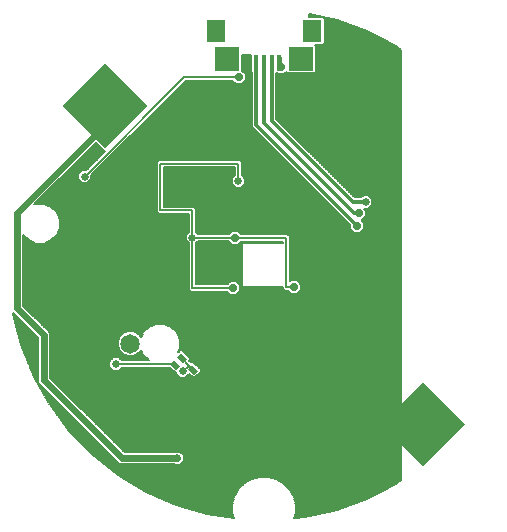
<source format=gbl>
G75*
%MOIN*%
%OFA0B0*%
%FSLAX25Y25*%
%IPPOS*%
%LPD*%
%AMOC8*
5,1,8,0,0,1.08239X$1,22.5*
%
%ADD10R,0.08268X0.07874*%
%ADD11R,0.06299X0.07480*%
%ADD12R,0.01575X0.05315*%
%ADD13R,0.20000X0.20000*%
%ADD14R,0.01969X0.02756*%
%ADD15C,0.05543*%
%ADD16C,0.06496*%
%ADD17C,0.03000*%
%ADD18C,0.02919*%
%ADD19C,0.00600*%
%ADD20C,0.02900*%
%ADD21C,0.02600*%
%ADD22C,0.01200*%
%ADD23C,0.02400*%
D10*
X0077795Y0158748D03*
X0102205Y0158748D03*
D11*
X0073858Y0168000D03*
X0106142Y0168000D03*
D12*
X0084882Y0157469D03*
X0087441Y0157469D03*
X0090000Y0157469D03*
X0092559Y0157469D03*
X0095118Y0157469D03*
D13*
G36*
X0143033Y0051109D02*
X0157175Y0036967D01*
X0143033Y0022825D01*
X0128891Y0036967D01*
X0143033Y0051109D01*
G37*
G36*
X0036967Y0157175D02*
X0051109Y0143033D01*
X0036967Y0128891D01*
X0022825Y0143033D01*
X0036967Y0157175D01*
G37*
D14*
G36*
X0061002Y0059250D02*
X0062394Y0060642D01*
X0064342Y0058694D01*
X0062950Y0057302D01*
X0061002Y0059250D01*
G37*
G36*
X0058775Y0057023D02*
X0060167Y0058415D01*
X0062115Y0056467D01*
X0060723Y0055075D01*
X0058775Y0057023D01*
G37*
G36*
X0066956Y0057562D02*
X0068348Y0058954D01*
X0070296Y0057006D01*
X0068904Y0055614D01*
X0066956Y0057562D01*
G37*
G36*
X0064729Y0055335D02*
X0066121Y0056727D01*
X0068069Y0054779D01*
X0066677Y0053387D01*
X0064729Y0055335D01*
G37*
D15*
X0025400Y0103800D03*
D16*
X0045400Y0063800D03*
D17*
X0112400Y0130200D03*
X0108400Y0126200D03*
X0112400Y0126200D03*
D18*
X0108400Y0130300D03*
D19*
X0063300Y0024689D02*
X0063300Y0026511D01*
X0062011Y0027800D01*
X0060189Y0027800D01*
X0060089Y0027700D01*
X0043570Y0027700D01*
X0018800Y0052470D01*
X0018800Y0067370D01*
X0017570Y0068600D01*
X0009800Y0076370D01*
X0009800Y0099978D01*
X0011626Y0098152D01*
X0014075Y0097138D01*
X0016725Y0097138D01*
X0019174Y0098152D01*
X0021048Y0100026D01*
X0022062Y0102475D01*
X0022062Y0105125D01*
X0021048Y0107574D01*
X0019174Y0109448D01*
X0016725Y0110462D01*
X0014075Y0110462D01*
X0013490Y0110220D01*
X0033927Y0130658D01*
X0036594Y0127991D01*
X0037094Y0127991D01*
X0030703Y0121600D01*
X0029289Y0121600D01*
X0028000Y0120311D01*
X0028000Y0118489D01*
X0029289Y0117200D01*
X0031111Y0117200D01*
X0032400Y0118489D01*
X0032400Y0119903D01*
X0063897Y0151400D01*
X0079477Y0151400D01*
X0080627Y0150250D01*
X0082573Y0150250D01*
X0083950Y0151627D01*
X0083950Y0153573D01*
X0082829Y0154694D01*
X0082829Y0159826D01*
X0085754Y0159826D01*
X0085754Y0154438D01*
X0085941Y0154251D01*
X0085941Y0136038D01*
X0118650Y0103329D01*
X0118650Y0102127D01*
X0120027Y0100750D01*
X0121973Y0100750D01*
X0123350Y0102127D01*
X0123350Y0104073D01*
X0122573Y0104850D01*
X0122573Y0104850D01*
X0123950Y0106227D01*
X0123950Y0108173D01*
X0123323Y0108800D01*
X0124811Y0108800D01*
X0126100Y0110089D01*
X0126100Y0111911D01*
X0124811Y0113200D01*
X0122989Y0113200D01*
X0122289Y0112500D01*
X0120221Y0112500D01*
X0094059Y0138662D01*
X0094059Y0153911D01*
X0094466Y0153911D01*
X0094827Y0153550D01*
X0096773Y0153550D01*
X0097416Y0154193D01*
X0097698Y0153911D01*
X0106711Y0153911D01*
X0107239Y0154438D01*
X0107239Y0163058D01*
X0106937Y0163360D01*
X0109664Y0163360D01*
X0110191Y0163887D01*
X0110191Y0172113D01*
X0109664Y0172640D01*
X0105064Y0172640D01*
X0105064Y0173773D01*
X0114242Y0171679D01*
X0124488Y0167908D01*
X0134167Y0162858D01*
X0135700Y0161789D01*
X0135700Y0018211D01*
X0134167Y0017142D01*
X0124488Y0012092D01*
X0114242Y0008321D01*
X0103598Y0005892D01*
X0100104Y0005555D01*
X0100599Y0007405D01*
X0100599Y0010195D01*
X0099877Y0012891D01*
X0098481Y0015308D01*
X0096508Y0017281D01*
X0094091Y0018677D01*
X0091395Y0019399D01*
X0088605Y0019399D01*
X0085909Y0018677D01*
X0083492Y0017281D01*
X0081519Y0015308D01*
X0080123Y0012891D01*
X0079401Y0010195D01*
X0079401Y0007405D01*
X0079911Y0005502D01*
X0071041Y0006936D01*
X0060575Y0010042D01*
X0050592Y0014462D01*
X0041256Y0020121D01*
X0032720Y0026928D01*
X0025125Y0034771D01*
X0018595Y0043520D01*
X0013237Y0053033D01*
X0009140Y0063153D01*
X0006371Y0073713D01*
X0006350Y0073881D01*
X0014600Y0065630D01*
X0014600Y0050730D01*
X0040600Y0024730D01*
X0041830Y0023500D01*
X0060089Y0023500D01*
X0060189Y0023400D01*
X0062011Y0023400D01*
X0063300Y0024689D01*
X0102350Y0081627D02*
X0102350Y0083573D01*
X0100973Y0084950D01*
X0099027Y0084950D01*
X0098600Y0084523D01*
X0098600Y0099497D01*
X0097897Y0100200D01*
X0082423Y0100200D01*
X0081273Y0101350D01*
X0079327Y0101350D01*
X0078277Y0100300D01*
X0068011Y0100300D01*
X0067300Y0101011D01*
X0067300Y0108697D01*
X0066597Y0109400D01*
X0056700Y0109400D01*
X0056700Y0122600D01*
X0080300Y0122600D01*
X0080300Y0119911D01*
X0079300Y0118911D01*
X0079300Y0117089D01*
X0080589Y0115800D01*
X0082411Y0115800D01*
X0083700Y0117089D01*
X0083700Y0118911D01*
X0082700Y0119911D01*
X0082700Y0124297D01*
X0081997Y0125000D01*
X0055003Y0125000D01*
X0054300Y0124297D01*
X0054300Y0107703D01*
X0055003Y0107000D01*
X0064900Y0107000D01*
X0064900Y0101011D01*
X0063900Y0100011D01*
X0063900Y0098189D01*
X0064900Y0097189D01*
X0064900Y0081803D01*
X0065603Y0081100D01*
X0077677Y0081100D01*
X0078827Y0079950D01*
X0080773Y0079950D01*
X0082150Y0081327D01*
X0082150Y0083273D01*
X0080773Y0084650D01*
X0078827Y0084650D01*
X0077677Y0083500D01*
X0067300Y0083500D01*
X0067300Y0097189D01*
X0068011Y0097900D01*
X0078077Y0097900D01*
X0079327Y0096650D01*
X0081273Y0096650D01*
X0082423Y0097800D01*
X0096200Y0097800D01*
X0096200Y0097300D01*
X0082876Y0097300D01*
X0082700Y0097124D01*
X0082700Y0082876D01*
X0082876Y0082700D01*
X0096200Y0082700D01*
X0096200Y0082103D01*
X0096903Y0081400D01*
X0097877Y0081400D01*
X0099027Y0080250D01*
X0100973Y0080250D01*
X0102350Y0081627D01*
X0066304Y0052487D02*
X0067050Y0052487D01*
X0068969Y0054406D01*
X0068969Y0055152D01*
X0066493Y0057627D01*
X0065747Y0057627D01*
X0065642Y0057523D01*
X0065067Y0058146D01*
X0065242Y0058321D01*
X0065242Y0059067D01*
X0062767Y0061542D01*
X0062021Y0061542D01*
X0061432Y0060954D01*
X0062062Y0062475D01*
X0062062Y0065125D01*
X0061048Y0067574D01*
X0059174Y0069448D01*
X0056725Y0070462D01*
X0054075Y0070462D01*
X0051626Y0069448D01*
X0049752Y0067574D01*
X0049039Y0065853D01*
X0048917Y0066150D01*
X0047750Y0067317D01*
X0046225Y0067948D01*
X0044575Y0067948D01*
X0043050Y0067317D01*
X0041883Y0066150D01*
X0041252Y0064625D01*
X0041252Y0062975D01*
X0041883Y0061450D01*
X0043050Y0060283D01*
X0044575Y0059652D01*
X0046225Y0059652D01*
X0047750Y0060283D01*
X0048917Y0061450D01*
X0049039Y0061747D01*
X0049752Y0060026D01*
X0051578Y0058200D01*
X0042611Y0058200D01*
X0041611Y0059200D01*
X0039789Y0059200D01*
X0038500Y0057911D01*
X0038500Y0056089D01*
X0039789Y0054800D01*
X0041611Y0054800D01*
X0042611Y0055800D01*
X0058725Y0055800D01*
X0060351Y0054175D01*
X0060700Y0054175D01*
X0060700Y0053589D01*
X0061989Y0052300D01*
X0063811Y0052300D01*
X0065100Y0053589D01*
X0065100Y0053691D01*
X0066304Y0052487D01*
X0076924Y0005985D02*
X0079781Y0005985D01*
X0100219Y0005985D02*
X0104005Y0005985D01*
X0079621Y0006584D02*
X0073222Y0006584D01*
X0100379Y0006584D02*
X0106628Y0006584D01*
X0079460Y0007182D02*
X0070212Y0007182D01*
X0100540Y0007182D02*
X0109250Y0007182D01*
X0079401Y0007781D02*
X0068196Y0007781D01*
X0100599Y0007781D02*
X0111872Y0007781D01*
X0079401Y0008379D02*
X0066179Y0008379D01*
X0100599Y0008379D02*
X0114398Y0008379D01*
X0079401Y0008978D02*
X0064163Y0008978D01*
X0100599Y0008978D02*
X0116025Y0008978D01*
X0079401Y0009576D02*
X0062146Y0009576D01*
X0100599Y0009576D02*
X0117651Y0009576D01*
X0079401Y0010175D02*
X0060276Y0010175D01*
X0100599Y0010175D02*
X0119278Y0010175D01*
X0079556Y0010773D02*
X0058924Y0010773D01*
X0100444Y0010773D02*
X0120904Y0010773D01*
X0079716Y0011372D02*
X0057572Y0011372D01*
X0100284Y0011372D02*
X0122530Y0011372D01*
X0079876Y0011970D02*
X0056220Y0011970D01*
X0100124Y0011970D02*
X0124157Y0011970D01*
X0080037Y0012569D02*
X0054868Y0012569D01*
X0099963Y0012569D02*
X0125401Y0012569D01*
X0080283Y0013167D02*
X0053516Y0013167D01*
X0099717Y0013167D02*
X0126549Y0013167D01*
X0080628Y0013766D02*
X0052164Y0013766D01*
X0099372Y0013766D02*
X0127696Y0013766D01*
X0080974Y0014364D02*
X0050812Y0014364D01*
X0099026Y0014364D02*
X0128843Y0014364D01*
X0081319Y0014963D02*
X0049765Y0014963D01*
X0098681Y0014963D02*
X0129990Y0014963D01*
X0081772Y0015561D02*
X0048778Y0015561D01*
X0098228Y0015561D02*
X0131137Y0015561D01*
X0082370Y0016160D02*
X0047791Y0016160D01*
X0097630Y0016160D02*
X0132285Y0016160D01*
X0082969Y0016758D02*
X0046803Y0016758D01*
X0097031Y0016758D02*
X0133432Y0016758D01*
X0083622Y0017357D02*
X0045816Y0017357D01*
X0096378Y0017357D02*
X0134475Y0017357D01*
X0084659Y0017955D02*
X0044829Y0017955D01*
X0095341Y0017955D02*
X0135333Y0017955D01*
X0085696Y0018554D02*
X0043841Y0018554D01*
X0094304Y0018554D02*
X0135700Y0018554D01*
X0087683Y0019152D02*
X0042854Y0019152D01*
X0092317Y0019152D02*
X0135700Y0019152D01*
X0135700Y0019751D02*
X0041867Y0019751D01*
X0040970Y0020349D02*
X0135700Y0020349D01*
X0135700Y0020948D02*
X0040219Y0020948D01*
X0039469Y0021546D02*
X0135700Y0021546D01*
X0135700Y0022145D02*
X0038718Y0022145D01*
X0037968Y0022743D02*
X0135700Y0022743D01*
X0135700Y0023342D02*
X0037217Y0023342D01*
X0036467Y0023940D02*
X0041390Y0023940D01*
X0062552Y0023940D02*
X0135700Y0023940D01*
X0040791Y0024539D02*
X0035716Y0024539D01*
X0063150Y0024539D02*
X0135700Y0024539D01*
X0040193Y0025137D02*
X0034966Y0025137D01*
X0063300Y0025137D02*
X0135700Y0025137D01*
X0039594Y0025736D02*
X0034215Y0025736D01*
X0063300Y0025736D02*
X0135700Y0025736D01*
X0038996Y0026334D02*
X0033465Y0026334D01*
X0063300Y0026334D02*
X0135700Y0026334D01*
X0038397Y0026933D02*
X0032715Y0026933D01*
X0062878Y0026933D02*
X0135700Y0026933D01*
X0037799Y0027532D02*
X0032136Y0027532D01*
X0062280Y0027532D02*
X0135700Y0027532D01*
X0037200Y0028130D02*
X0031556Y0028130D01*
X0043140Y0028130D02*
X0135700Y0028130D01*
X0036602Y0028729D02*
X0030977Y0028729D01*
X0042541Y0028729D02*
X0135700Y0028729D01*
X0036003Y0029327D02*
X0030397Y0029327D01*
X0041943Y0029327D02*
X0135700Y0029327D01*
X0035405Y0029926D02*
X0029817Y0029926D01*
X0041344Y0029926D02*
X0135700Y0029926D01*
X0034806Y0030524D02*
X0029238Y0030524D01*
X0040746Y0030524D02*
X0135700Y0030524D01*
X0034208Y0031123D02*
X0028658Y0031123D01*
X0040147Y0031123D02*
X0135700Y0031123D01*
X0033609Y0031721D02*
X0028078Y0031721D01*
X0039549Y0031721D02*
X0135700Y0031721D01*
X0033011Y0032320D02*
X0027499Y0032320D01*
X0038950Y0032320D02*
X0135700Y0032320D01*
X0032412Y0032918D02*
X0026919Y0032918D01*
X0038352Y0032918D02*
X0135700Y0032918D01*
X0031814Y0033517D02*
X0026340Y0033517D01*
X0037753Y0033517D02*
X0135700Y0033517D01*
X0031215Y0034115D02*
X0025760Y0034115D01*
X0037155Y0034115D02*
X0135700Y0034115D01*
X0030616Y0034714D02*
X0025180Y0034714D01*
X0036556Y0034714D02*
X0135700Y0034714D01*
X0030018Y0035312D02*
X0024721Y0035312D01*
X0035958Y0035312D02*
X0135700Y0035312D01*
X0029419Y0035911D02*
X0024274Y0035911D01*
X0035359Y0035911D02*
X0135700Y0035911D01*
X0028821Y0036509D02*
X0023827Y0036509D01*
X0034761Y0036509D02*
X0135700Y0036509D01*
X0028222Y0037108D02*
X0023381Y0037108D01*
X0034162Y0037108D02*
X0135700Y0037108D01*
X0027624Y0037706D02*
X0022934Y0037706D01*
X0033564Y0037706D02*
X0135700Y0037706D01*
X0027025Y0038305D02*
X0022487Y0038305D01*
X0032965Y0038305D02*
X0135700Y0038305D01*
X0026427Y0038903D02*
X0022041Y0038903D01*
X0032367Y0038903D02*
X0135700Y0038903D01*
X0025828Y0039502D02*
X0021594Y0039502D01*
X0031768Y0039502D02*
X0135700Y0039502D01*
X0025230Y0040100D02*
X0021147Y0040100D01*
X0031170Y0040100D02*
X0135700Y0040100D01*
X0024631Y0040699D02*
X0020701Y0040699D01*
X0030571Y0040699D02*
X0135700Y0040699D01*
X0024033Y0041297D02*
X0020254Y0041297D01*
X0029973Y0041297D02*
X0135700Y0041297D01*
X0023434Y0041896D02*
X0019807Y0041896D01*
X0029374Y0041896D02*
X0135700Y0041896D01*
X0022836Y0042494D02*
X0019361Y0042494D01*
X0028776Y0042494D02*
X0135700Y0042494D01*
X0022237Y0043093D02*
X0018914Y0043093D01*
X0028177Y0043093D02*
X0135700Y0043093D01*
X0021639Y0043691D02*
X0018499Y0043691D01*
X0027579Y0043691D02*
X0135700Y0043691D01*
X0021040Y0044290D02*
X0018162Y0044290D01*
X0026980Y0044290D02*
X0135700Y0044290D01*
X0020442Y0044888D02*
X0017824Y0044888D01*
X0026381Y0044888D02*
X0135700Y0044888D01*
X0019843Y0045487D02*
X0017487Y0045487D01*
X0025783Y0045487D02*
X0135700Y0045487D01*
X0019245Y0046085D02*
X0017150Y0046085D01*
X0025184Y0046085D02*
X0135700Y0046085D01*
X0018646Y0046684D02*
X0016813Y0046684D01*
X0024586Y0046684D02*
X0135700Y0046684D01*
X0018048Y0047282D02*
X0016476Y0047282D01*
X0023987Y0047282D02*
X0135700Y0047282D01*
X0017449Y0047881D02*
X0016139Y0047881D01*
X0023389Y0047881D02*
X0135700Y0047881D01*
X0016851Y0048479D02*
X0015802Y0048479D01*
X0022790Y0048479D02*
X0135700Y0048479D01*
X0016252Y0049078D02*
X0015465Y0049078D01*
X0022192Y0049078D02*
X0135700Y0049078D01*
X0015654Y0049676D02*
X0015128Y0049676D01*
X0021593Y0049676D02*
X0135700Y0049676D01*
X0015055Y0050275D02*
X0014791Y0050275D01*
X0020995Y0050275D02*
X0135700Y0050275D01*
X0014600Y0050873D02*
X0014454Y0050873D01*
X0020396Y0050873D02*
X0135700Y0050873D01*
X0014600Y0051472D02*
X0014117Y0051472D01*
X0019798Y0051472D02*
X0135700Y0051472D01*
X0014600Y0052070D02*
X0013780Y0052070D01*
X0019199Y0052070D02*
X0135700Y0052070D01*
X0014600Y0052669D02*
X0013443Y0052669D01*
X0018800Y0052669D02*
X0061620Y0052669D01*
X0064180Y0052669D02*
X0066122Y0052669D01*
X0067232Y0052669D02*
X0135700Y0052669D01*
X0014600Y0053268D02*
X0013143Y0053268D01*
X0018800Y0053268D02*
X0061021Y0053268D01*
X0064779Y0053268D02*
X0065523Y0053268D01*
X0067830Y0053268D02*
X0135700Y0053268D01*
X0014600Y0053866D02*
X0012900Y0053866D01*
X0018800Y0053866D02*
X0060700Y0053866D01*
X0068429Y0053866D02*
X0135700Y0053866D01*
X0014600Y0054465D02*
X0012658Y0054465D01*
X0018800Y0054465D02*
X0060061Y0054465D01*
X0068969Y0054465D02*
X0135700Y0054465D01*
X0014600Y0055063D02*
X0012416Y0055063D01*
X0018800Y0055063D02*
X0039526Y0055063D01*
X0041874Y0055063D02*
X0059462Y0055063D01*
X0068969Y0055063D02*
X0135700Y0055063D01*
X0014600Y0055662D02*
X0012173Y0055662D01*
X0018800Y0055662D02*
X0038927Y0055662D01*
X0042473Y0055662D02*
X0058864Y0055662D01*
X0068459Y0055662D02*
X0135700Y0055662D01*
X0014600Y0056260D02*
X0011931Y0056260D01*
X0018800Y0056260D02*
X0038500Y0056260D01*
X0067860Y0056260D02*
X0135700Y0056260D01*
X0014600Y0056859D02*
X0011689Y0056859D01*
X0018800Y0056859D02*
X0038500Y0056859D01*
X0067262Y0056859D02*
X0135700Y0056859D01*
X0014600Y0057457D02*
X0011446Y0057457D01*
X0018800Y0057457D02*
X0038500Y0057457D01*
X0066663Y0057457D02*
X0135700Y0057457D01*
X0014600Y0058056D02*
X0011204Y0058056D01*
X0018800Y0058056D02*
X0038644Y0058056D01*
X0065151Y0058056D02*
X0135700Y0058056D01*
X0014600Y0058654D02*
X0010962Y0058654D01*
X0018800Y0058654D02*
X0039243Y0058654D01*
X0042157Y0058654D02*
X0051124Y0058654D01*
X0065242Y0058654D02*
X0135700Y0058654D01*
X0014600Y0059253D02*
X0010719Y0059253D01*
X0018800Y0059253D02*
X0050526Y0059253D01*
X0065056Y0059253D02*
X0135700Y0059253D01*
X0014600Y0059851D02*
X0010477Y0059851D01*
X0018800Y0059851D02*
X0044094Y0059851D01*
X0046706Y0059851D02*
X0049927Y0059851D01*
X0064458Y0059851D02*
X0135700Y0059851D01*
X0014600Y0060450D02*
X0010235Y0060450D01*
X0018800Y0060450D02*
X0042884Y0060450D01*
X0047916Y0060450D02*
X0049577Y0060450D01*
X0063859Y0060450D02*
X0135700Y0060450D01*
X0014600Y0061048D02*
X0009993Y0061048D01*
X0018800Y0061048D02*
X0042286Y0061048D01*
X0048514Y0061048D02*
X0049329Y0061048D01*
X0061471Y0061048D02*
X0061527Y0061048D01*
X0063261Y0061048D02*
X0135700Y0061048D01*
X0014600Y0061647D02*
X0009750Y0061647D01*
X0018800Y0061647D02*
X0041802Y0061647D01*
X0048998Y0061647D02*
X0049081Y0061647D01*
X0061719Y0061647D02*
X0135700Y0061647D01*
X0014600Y0062245D02*
X0009508Y0062245D01*
X0018800Y0062245D02*
X0041554Y0062245D01*
X0061967Y0062245D02*
X0135700Y0062245D01*
X0014600Y0062844D02*
X0009266Y0062844D01*
X0018800Y0062844D02*
X0041306Y0062844D01*
X0062062Y0062844D02*
X0135700Y0062844D01*
X0014600Y0063442D02*
X0009065Y0063442D01*
X0018800Y0063442D02*
X0041252Y0063442D01*
X0062062Y0063442D02*
X0135700Y0063442D01*
X0014600Y0064041D02*
X0008908Y0064041D01*
X0018800Y0064041D02*
X0041252Y0064041D01*
X0062062Y0064041D02*
X0135700Y0064041D01*
X0014600Y0064639D02*
X0008751Y0064639D01*
X0018800Y0064639D02*
X0041258Y0064639D01*
X0062062Y0064639D02*
X0135700Y0064639D01*
X0014600Y0065238D02*
X0008594Y0065238D01*
X0018800Y0065238D02*
X0041506Y0065238D01*
X0062016Y0065238D02*
X0135700Y0065238D01*
X0014394Y0065836D02*
X0008437Y0065836D01*
X0018800Y0065836D02*
X0041754Y0065836D01*
X0061768Y0065836D02*
X0135700Y0065836D01*
X0013795Y0066435D02*
X0008280Y0066435D01*
X0018800Y0066435D02*
X0042169Y0066435D01*
X0048631Y0066435D02*
X0049280Y0066435D01*
X0061520Y0066435D02*
X0135700Y0066435D01*
X0013197Y0067033D02*
X0008123Y0067033D01*
X0018800Y0067033D02*
X0042767Y0067033D01*
X0048033Y0067033D02*
X0049528Y0067033D01*
X0061272Y0067033D02*
X0135700Y0067033D01*
X0012598Y0067632D02*
X0007966Y0067632D01*
X0018538Y0067632D02*
X0043811Y0067632D01*
X0046989Y0067632D02*
X0049810Y0067632D01*
X0060990Y0067632D02*
X0135700Y0067632D01*
X0012000Y0068230D02*
X0007809Y0068230D01*
X0017940Y0068230D02*
X0050409Y0068230D01*
X0060391Y0068230D02*
X0135700Y0068230D01*
X0011401Y0068829D02*
X0007652Y0068829D01*
X0017341Y0068829D02*
X0051007Y0068829D01*
X0059793Y0068829D02*
X0135700Y0068829D01*
X0010803Y0069427D02*
X0007495Y0069427D01*
X0016743Y0069427D02*
X0051606Y0069427D01*
X0059194Y0069427D02*
X0135700Y0069427D01*
X0010204Y0070026D02*
X0007338Y0070026D01*
X0016144Y0070026D02*
X0053021Y0070026D01*
X0057779Y0070026D02*
X0135700Y0070026D01*
X0009606Y0070624D02*
X0007181Y0070624D01*
X0015545Y0070624D02*
X0135700Y0070624D01*
X0009007Y0071223D02*
X0007024Y0071223D01*
X0014947Y0071223D02*
X0135700Y0071223D01*
X0008409Y0071821D02*
X0006867Y0071821D01*
X0014348Y0071821D02*
X0135700Y0071821D01*
X0007810Y0072420D02*
X0006710Y0072420D01*
X0013750Y0072420D02*
X0135700Y0072420D01*
X0007212Y0073018D02*
X0006553Y0073018D01*
X0013151Y0073018D02*
X0135700Y0073018D01*
X0006613Y0073617D02*
X0006396Y0073617D01*
X0012553Y0073617D02*
X0135700Y0073617D01*
X0135700Y0074215D02*
X0011954Y0074215D01*
X0011356Y0074814D02*
X0135700Y0074814D01*
X0135700Y0075412D02*
X0010757Y0075412D01*
X0010159Y0076011D02*
X0135700Y0076011D01*
X0135700Y0076609D02*
X0009800Y0076609D01*
X0009800Y0077208D02*
X0135700Y0077208D01*
X0135700Y0077806D02*
X0009800Y0077806D01*
X0009800Y0078405D02*
X0135700Y0078405D01*
X0135700Y0079003D02*
X0009800Y0079003D01*
X0009800Y0079602D02*
X0135700Y0079602D01*
X0078576Y0080201D02*
X0009800Y0080201D01*
X0081024Y0080201D02*
X0135700Y0080201D01*
X0077978Y0080799D02*
X0009800Y0080799D01*
X0081622Y0080799D02*
X0098478Y0080799D01*
X0101522Y0080799D02*
X0135700Y0080799D01*
X0065305Y0081398D02*
X0009800Y0081398D01*
X0082150Y0081398D02*
X0097879Y0081398D01*
X0102121Y0081398D02*
X0135700Y0081398D01*
X0064900Y0081996D02*
X0009800Y0081996D01*
X0082150Y0081996D02*
X0096307Y0081996D01*
X0102350Y0081996D02*
X0135700Y0081996D01*
X0064900Y0082595D02*
X0009800Y0082595D01*
X0082150Y0082595D02*
X0096200Y0082595D01*
X0102350Y0082595D02*
X0135700Y0082595D01*
X0064900Y0083193D02*
X0009800Y0083193D01*
X0082150Y0083193D02*
X0082700Y0083193D01*
X0102350Y0083193D02*
X0135700Y0083193D01*
X0064900Y0083792D02*
X0009800Y0083792D01*
X0067300Y0083792D02*
X0077968Y0083792D01*
X0081632Y0083792D02*
X0082700Y0083792D01*
X0102132Y0083792D02*
X0135700Y0083792D01*
X0064900Y0084390D02*
X0009800Y0084390D01*
X0067300Y0084390D02*
X0078567Y0084390D01*
X0081033Y0084390D02*
X0082700Y0084390D01*
X0101533Y0084390D02*
X0135700Y0084390D01*
X0064900Y0084989D02*
X0009800Y0084989D01*
X0067300Y0084989D02*
X0082700Y0084989D01*
X0098600Y0084989D02*
X0135700Y0084989D01*
X0064900Y0085587D02*
X0009800Y0085587D01*
X0067300Y0085587D02*
X0082700Y0085587D01*
X0098600Y0085587D02*
X0135700Y0085587D01*
X0064900Y0086186D02*
X0009800Y0086186D01*
X0067300Y0086186D02*
X0082700Y0086186D01*
X0098600Y0086186D02*
X0135700Y0086186D01*
X0064900Y0086784D02*
X0009800Y0086784D01*
X0067300Y0086784D02*
X0082700Y0086784D01*
X0098600Y0086784D02*
X0135700Y0086784D01*
X0064900Y0087383D02*
X0009800Y0087383D01*
X0067300Y0087383D02*
X0082700Y0087383D01*
X0098600Y0087383D02*
X0135700Y0087383D01*
X0064900Y0087981D02*
X0009800Y0087981D01*
X0067300Y0087981D02*
X0082700Y0087981D01*
X0098600Y0087981D02*
X0135700Y0087981D01*
X0064900Y0088580D02*
X0009800Y0088580D01*
X0067300Y0088580D02*
X0082700Y0088580D01*
X0098600Y0088580D02*
X0135700Y0088580D01*
X0064900Y0089178D02*
X0009800Y0089178D01*
X0067300Y0089178D02*
X0082700Y0089178D01*
X0098600Y0089178D02*
X0135700Y0089178D01*
X0064900Y0089777D02*
X0009800Y0089777D01*
X0067300Y0089777D02*
X0082700Y0089777D01*
X0098600Y0089777D02*
X0135700Y0089777D01*
X0064900Y0090375D02*
X0009800Y0090375D01*
X0067300Y0090375D02*
X0082700Y0090375D01*
X0098600Y0090375D02*
X0135700Y0090375D01*
X0064900Y0090974D02*
X0009800Y0090974D01*
X0067300Y0090974D02*
X0082700Y0090974D01*
X0098600Y0090974D02*
X0135700Y0090974D01*
X0064900Y0091572D02*
X0009800Y0091572D01*
X0067300Y0091572D02*
X0082700Y0091572D01*
X0098600Y0091572D02*
X0135700Y0091572D01*
X0064900Y0092171D02*
X0009800Y0092171D01*
X0067300Y0092171D02*
X0082700Y0092171D01*
X0098600Y0092171D02*
X0135700Y0092171D01*
X0064900Y0092769D02*
X0009800Y0092769D01*
X0067300Y0092769D02*
X0082700Y0092769D01*
X0098600Y0092769D02*
X0135700Y0092769D01*
X0064900Y0093368D02*
X0009800Y0093368D01*
X0067300Y0093368D02*
X0082700Y0093368D01*
X0098600Y0093368D02*
X0135700Y0093368D01*
X0064900Y0093966D02*
X0009800Y0093966D01*
X0067300Y0093966D02*
X0082700Y0093966D01*
X0098600Y0093966D02*
X0135700Y0093966D01*
X0064900Y0094565D02*
X0009800Y0094565D01*
X0067300Y0094565D02*
X0082700Y0094565D01*
X0098600Y0094565D02*
X0135700Y0094565D01*
X0064900Y0095163D02*
X0009800Y0095163D01*
X0067300Y0095163D02*
X0082700Y0095163D01*
X0098600Y0095163D02*
X0135700Y0095163D01*
X0064900Y0095762D02*
X0009800Y0095762D01*
X0067300Y0095762D02*
X0082700Y0095762D01*
X0098600Y0095762D02*
X0135700Y0095762D01*
X0064900Y0096360D02*
X0009800Y0096360D01*
X0067300Y0096360D02*
X0082700Y0096360D01*
X0098600Y0096360D02*
X0135700Y0096360D01*
X0064900Y0096959D02*
X0009800Y0096959D01*
X0067300Y0096959D02*
X0079018Y0096959D01*
X0081582Y0096959D02*
X0082700Y0096959D01*
X0098600Y0096959D02*
X0135700Y0096959D01*
X0013062Y0097557D02*
X0009800Y0097557D01*
X0017738Y0097557D02*
X0064531Y0097557D01*
X0067669Y0097557D02*
X0078419Y0097557D01*
X0082181Y0097557D02*
X0096200Y0097557D01*
X0098600Y0097557D02*
X0135700Y0097557D01*
X0011622Y0098156D02*
X0009800Y0098156D01*
X0019178Y0098156D02*
X0063933Y0098156D01*
X0098600Y0098156D02*
X0135700Y0098156D01*
X0011024Y0098754D02*
X0009800Y0098754D01*
X0019776Y0098754D02*
X0063900Y0098754D01*
X0098600Y0098754D02*
X0135700Y0098754D01*
X0010425Y0099353D02*
X0009800Y0099353D01*
X0020375Y0099353D02*
X0063900Y0099353D01*
X0098600Y0099353D02*
X0135700Y0099353D01*
X0009827Y0099951D02*
X0009800Y0099951D01*
X0020973Y0099951D02*
X0063900Y0099951D01*
X0098146Y0099951D02*
X0135700Y0099951D01*
X0064439Y0100550D02*
X0021265Y0100550D01*
X0067761Y0100550D02*
X0078527Y0100550D01*
X0082073Y0100550D02*
X0135700Y0100550D01*
X0064900Y0101148D02*
X0021513Y0101148D01*
X0067300Y0101148D02*
X0079125Y0101148D01*
X0081475Y0101148D02*
X0119628Y0101148D01*
X0122372Y0101148D02*
X0135700Y0101148D01*
X0064900Y0101747D02*
X0021761Y0101747D01*
X0067300Y0101747D02*
X0119030Y0101747D01*
X0122970Y0101747D02*
X0135700Y0101747D01*
X0064900Y0102345D02*
X0022009Y0102345D01*
X0067300Y0102345D02*
X0118650Y0102345D01*
X0123350Y0102345D02*
X0135700Y0102345D01*
X0064900Y0102944D02*
X0022062Y0102944D01*
X0067300Y0102944D02*
X0118650Y0102944D01*
X0123350Y0102944D02*
X0135700Y0102944D01*
X0064900Y0103542D02*
X0022062Y0103542D01*
X0067300Y0103542D02*
X0118436Y0103542D01*
X0123350Y0103542D02*
X0135700Y0103542D01*
X0064900Y0104141D02*
X0022062Y0104141D01*
X0067300Y0104141D02*
X0117838Y0104141D01*
X0123282Y0104141D02*
X0135700Y0104141D01*
X0064900Y0104739D02*
X0022062Y0104739D01*
X0067300Y0104739D02*
X0117239Y0104739D01*
X0122684Y0104739D02*
X0135700Y0104739D01*
X0064900Y0105338D02*
X0021974Y0105338D01*
X0067300Y0105338D02*
X0116641Y0105338D01*
X0123061Y0105338D02*
X0135700Y0105338D01*
X0064900Y0105937D02*
X0021726Y0105937D01*
X0067300Y0105937D02*
X0116042Y0105937D01*
X0123660Y0105937D02*
X0135700Y0105937D01*
X0064900Y0106535D02*
X0021478Y0106535D01*
X0067300Y0106535D02*
X0115444Y0106535D01*
X0123950Y0106535D02*
X0135700Y0106535D01*
X0054869Y0107134D02*
X0021230Y0107134D01*
X0067300Y0107134D02*
X0114845Y0107134D01*
X0123950Y0107134D02*
X0135700Y0107134D01*
X0054300Y0107732D02*
X0020890Y0107732D01*
X0067300Y0107732D02*
X0114247Y0107732D01*
X0123950Y0107732D02*
X0135700Y0107732D01*
X0054300Y0108331D02*
X0020291Y0108331D01*
X0067300Y0108331D02*
X0113648Y0108331D01*
X0123793Y0108331D02*
X0135700Y0108331D01*
X0054300Y0108929D02*
X0019693Y0108929D01*
X0067068Y0108929D02*
X0113050Y0108929D01*
X0124940Y0108929D02*
X0135700Y0108929D01*
X0054300Y0109528D02*
X0018982Y0109528D01*
X0056700Y0109528D02*
X0112451Y0109528D01*
X0125539Y0109528D02*
X0135700Y0109528D01*
X0054300Y0110126D02*
X0017537Y0110126D01*
X0056700Y0110126D02*
X0111853Y0110126D01*
X0126100Y0110126D02*
X0135700Y0110126D01*
X0054300Y0110725D02*
X0013994Y0110725D01*
X0056700Y0110725D02*
X0111254Y0110725D01*
X0126100Y0110725D02*
X0135700Y0110725D01*
X0054300Y0111323D02*
X0014593Y0111323D01*
X0056700Y0111323D02*
X0110656Y0111323D01*
X0126100Y0111323D02*
X0135700Y0111323D01*
X0054300Y0111922D02*
X0015191Y0111922D01*
X0056700Y0111922D02*
X0110057Y0111922D01*
X0126090Y0111922D02*
X0135700Y0111922D01*
X0054300Y0112520D02*
X0015790Y0112520D01*
X0056700Y0112520D02*
X0109459Y0112520D01*
X0120201Y0112520D02*
X0122309Y0112520D01*
X0125491Y0112520D02*
X0135700Y0112520D01*
X0054300Y0113119D02*
X0016388Y0113119D01*
X0056700Y0113119D02*
X0108860Y0113119D01*
X0119603Y0113119D02*
X0122907Y0113119D01*
X0124893Y0113119D02*
X0135700Y0113119D01*
X0054300Y0113717D02*
X0016987Y0113717D01*
X0056700Y0113717D02*
X0108262Y0113717D01*
X0119004Y0113717D02*
X0135700Y0113717D01*
X0054300Y0114316D02*
X0017585Y0114316D01*
X0056700Y0114316D02*
X0107663Y0114316D01*
X0118406Y0114316D02*
X0135700Y0114316D01*
X0054300Y0114914D02*
X0018184Y0114914D01*
X0056700Y0114914D02*
X0107064Y0114914D01*
X0117807Y0114914D02*
X0135700Y0114914D01*
X0054300Y0115513D02*
X0018783Y0115513D01*
X0056700Y0115513D02*
X0106466Y0115513D01*
X0117209Y0115513D02*
X0135700Y0115513D01*
X0054300Y0116111D02*
X0019381Y0116111D01*
X0056700Y0116111D02*
X0080278Y0116111D01*
X0082722Y0116111D02*
X0105867Y0116111D01*
X0116610Y0116111D02*
X0135700Y0116111D01*
X0054300Y0116710D02*
X0019980Y0116710D01*
X0056700Y0116710D02*
X0079679Y0116710D01*
X0083321Y0116710D02*
X0105269Y0116710D01*
X0116012Y0116710D02*
X0135700Y0116710D01*
X0029180Y0117308D02*
X0020578Y0117308D01*
X0031219Y0117308D02*
X0054300Y0117308D01*
X0056700Y0117308D02*
X0079300Y0117308D01*
X0083700Y0117308D02*
X0104670Y0117308D01*
X0115413Y0117308D02*
X0135700Y0117308D01*
X0028582Y0117907D02*
X0021177Y0117907D01*
X0031818Y0117907D02*
X0054300Y0117907D01*
X0056700Y0117907D02*
X0079300Y0117907D01*
X0083700Y0117907D02*
X0104072Y0117907D01*
X0114815Y0117907D02*
X0135700Y0117907D01*
X0028000Y0118505D02*
X0021775Y0118505D01*
X0032400Y0118505D02*
X0054300Y0118505D01*
X0056700Y0118505D02*
X0079300Y0118505D01*
X0083700Y0118505D02*
X0103473Y0118505D01*
X0114216Y0118505D02*
X0135700Y0118505D01*
X0028000Y0119104D02*
X0022374Y0119104D01*
X0032400Y0119104D02*
X0054300Y0119104D01*
X0056700Y0119104D02*
X0079492Y0119104D01*
X0083508Y0119104D02*
X0102875Y0119104D01*
X0113618Y0119104D02*
X0135700Y0119104D01*
X0028000Y0119702D02*
X0022972Y0119702D01*
X0032400Y0119702D02*
X0054300Y0119702D01*
X0056700Y0119702D02*
X0080091Y0119702D01*
X0082909Y0119702D02*
X0102276Y0119702D01*
X0113019Y0119702D02*
X0135700Y0119702D01*
X0028000Y0120301D02*
X0023571Y0120301D01*
X0032798Y0120301D02*
X0054300Y0120301D01*
X0056700Y0120301D02*
X0080300Y0120301D01*
X0082700Y0120301D02*
X0101678Y0120301D01*
X0112421Y0120301D02*
X0135700Y0120301D01*
X0028588Y0120899D02*
X0024169Y0120899D01*
X0033396Y0120899D02*
X0054300Y0120899D01*
X0056700Y0120899D02*
X0080300Y0120899D01*
X0082700Y0120899D02*
X0101079Y0120899D01*
X0111822Y0120899D02*
X0135700Y0120899D01*
X0029187Y0121498D02*
X0024768Y0121498D01*
X0033995Y0121498D02*
X0054300Y0121498D01*
X0056700Y0121498D02*
X0080300Y0121498D01*
X0082700Y0121498D02*
X0100481Y0121498D01*
X0111224Y0121498D02*
X0135700Y0121498D01*
X0031199Y0122096D02*
X0025366Y0122096D01*
X0034593Y0122096D02*
X0054300Y0122096D01*
X0056700Y0122096D02*
X0080300Y0122096D01*
X0082700Y0122096D02*
X0099882Y0122096D01*
X0110625Y0122096D02*
X0135700Y0122096D01*
X0031798Y0122695D02*
X0025965Y0122695D01*
X0035192Y0122695D02*
X0054300Y0122695D01*
X0082700Y0122695D02*
X0099284Y0122695D01*
X0110026Y0122695D02*
X0135700Y0122695D01*
X0032396Y0123293D02*
X0026563Y0123293D01*
X0035790Y0123293D02*
X0054300Y0123293D01*
X0082700Y0123293D02*
X0098685Y0123293D01*
X0109428Y0123293D02*
X0135700Y0123293D01*
X0032995Y0123892D02*
X0027162Y0123892D01*
X0036389Y0123892D02*
X0054300Y0123892D01*
X0082700Y0123892D02*
X0098087Y0123892D01*
X0108829Y0123892D02*
X0135700Y0123892D01*
X0033593Y0124490D02*
X0027760Y0124490D01*
X0036987Y0124490D02*
X0054493Y0124490D01*
X0082507Y0124490D02*
X0097488Y0124490D01*
X0108231Y0124490D02*
X0135700Y0124490D01*
X0034192Y0125089D02*
X0028359Y0125089D01*
X0037586Y0125089D02*
X0096890Y0125089D01*
X0107632Y0125089D02*
X0135700Y0125089D01*
X0034790Y0125687D02*
X0028957Y0125687D01*
X0038184Y0125687D02*
X0096291Y0125687D01*
X0107034Y0125687D02*
X0135700Y0125687D01*
X0035389Y0126286D02*
X0029556Y0126286D01*
X0038783Y0126286D02*
X0095693Y0126286D01*
X0106435Y0126286D02*
X0135700Y0126286D01*
X0035987Y0126884D02*
X0030154Y0126884D01*
X0039381Y0126884D02*
X0095094Y0126884D01*
X0105837Y0126884D02*
X0135700Y0126884D01*
X0036586Y0127483D02*
X0030753Y0127483D01*
X0039980Y0127483D02*
X0094496Y0127483D01*
X0105238Y0127483D02*
X0135700Y0127483D01*
X0036504Y0128081D02*
X0031351Y0128081D01*
X0040578Y0128081D02*
X0093897Y0128081D01*
X0104640Y0128081D02*
X0135700Y0128081D01*
X0035905Y0128680D02*
X0031950Y0128680D01*
X0041177Y0128680D02*
X0093299Y0128680D01*
X0104041Y0128680D02*
X0135700Y0128680D01*
X0035307Y0129278D02*
X0032548Y0129278D01*
X0041775Y0129278D02*
X0092700Y0129278D01*
X0103443Y0129278D02*
X0135700Y0129278D01*
X0034708Y0129877D02*
X0033147Y0129877D01*
X0042374Y0129877D02*
X0092102Y0129877D01*
X0102844Y0129877D02*
X0135700Y0129877D01*
X0034110Y0130475D02*
X0033745Y0130475D01*
X0042973Y0130475D02*
X0091503Y0130475D01*
X0102246Y0130475D02*
X0135700Y0130475D01*
X0090905Y0131074D02*
X0043571Y0131074D01*
X0101647Y0131074D02*
X0135700Y0131074D01*
X0090306Y0131672D02*
X0044170Y0131672D01*
X0101049Y0131672D02*
X0135700Y0131672D01*
X0089708Y0132271D02*
X0044768Y0132271D01*
X0100450Y0132271D02*
X0135700Y0132271D01*
X0089109Y0132870D02*
X0045367Y0132870D01*
X0099852Y0132870D02*
X0135700Y0132870D01*
X0088511Y0133468D02*
X0045965Y0133468D01*
X0099253Y0133468D02*
X0135700Y0133468D01*
X0087912Y0134067D02*
X0046564Y0134067D01*
X0098655Y0134067D02*
X0135700Y0134067D01*
X0087314Y0134665D02*
X0047162Y0134665D01*
X0098056Y0134665D02*
X0135700Y0134665D01*
X0086715Y0135264D02*
X0047761Y0135264D01*
X0097458Y0135264D02*
X0135700Y0135264D01*
X0086117Y0135862D02*
X0048359Y0135862D01*
X0096859Y0135862D02*
X0135700Y0135862D01*
X0085941Y0136461D02*
X0048958Y0136461D01*
X0096261Y0136461D02*
X0135700Y0136461D01*
X0085941Y0137059D02*
X0049556Y0137059D01*
X0095662Y0137059D02*
X0135700Y0137059D01*
X0085941Y0137658D02*
X0050155Y0137658D01*
X0095064Y0137658D02*
X0135700Y0137658D01*
X0085941Y0138256D02*
X0050753Y0138256D01*
X0094465Y0138256D02*
X0135700Y0138256D01*
X0085941Y0138855D02*
X0051352Y0138855D01*
X0094059Y0138855D02*
X0135700Y0138855D01*
X0085941Y0139453D02*
X0051950Y0139453D01*
X0094059Y0139453D02*
X0135700Y0139453D01*
X0085941Y0140052D02*
X0052549Y0140052D01*
X0094059Y0140052D02*
X0135700Y0140052D01*
X0085941Y0140650D02*
X0053147Y0140650D01*
X0094059Y0140650D02*
X0135700Y0140650D01*
X0085941Y0141249D02*
X0053746Y0141249D01*
X0094059Y0141249D02*
X0135700Y0141249D01*
X0085941Y0141847D02*
X0054344Y0141847D01*
X0094059Y0141847D02*
X0135700Y0141847D01*
X0085941Y0142446D02*
X0054943Y0142446D01*
X0094059Y0142446D02*
X0135700Y0142446D01*
X0085941Y0143044D02*
X0055541Y0143044D01*
X0094059Y0143044D02*
X0135700Y0143044D01*
X0085941Y0143643D02*
X0056140Y0143643D01*
X0094059Y0143643D02*
X0135700Y0143643D01*
X0085941Y0144241D02*
X0056738Y0144241D01*
X0094059Y0144241D02*
X0135700Y0144241D01*
X0085941Y0144840D02*
X0057337Y0144840D01*
X0094059Y0144840D02*
X0135700Y0144840D01*
X0085941Y0145438D02*
X0057935Y0145438D01*
X0094059Y0145438D02*
X0135700Y0145438D01*
X0085941Y0146037D02*
X0058534Y0146037D01*
X0094059Y0146037D02*
X0135700Y0146037D01*
X0085941Y0146635D02*
X0059132Y0146635D01*
X0094059Y0146635D02*
X0135700Y0146635D01*
X0085941Y0147234D02*
X0059731Y0147234D01*
X0094059Y0147234D02*
X0135700Y0147234D01*
X0085941Y0147832D02*
X0060329Y0147832D01*
X0094059Y0147832D02*
X0135700Y0147832D01*
X0085941Y0148431D02*
X0060928Y0148431D01*
X0094059Y0148431D02*
X0135700Y0148431D01*
X0085941Y0149029D02*
X0061526Y0149029D01*
X0094059Y0149029D02*
X0135700Y0149029D01*
X0085941Y0149628D02*
X0062125Y0149628D01*
X0094059Y0149628D02*
X0135700Y0149628D01*
X0085941Y0150226D02*
X0062723Y0150226D01*
X0094059Y0150226D02*
X0135700Y0150226D01*
X0080052Y0150825D02*
X0063322Y0150825D01*
X0083148Y0150825D02*
X0085941Y0150825D01*
X0094059Y0150825D02*
X0135700Y0150825D01*
X0085941Y0151423D02*
X0083747Y0151423D01*
X0094059Y0151423D02*
X0135700Y0151423D01*
X0085941Y0152022D02*
X0083950Y0152022D01*
X0094059Y0152022D02*
X0135700Y0152022D01*
X0085941Y0152620D02*
X0083950Y0152620D01*
X0094059Y0152620D02*
X0135700Y0152620D01*
X0085941Y0153219D02*
X0083950Y0153219D01*
X0094059Y0153219D02*
X0135700Y0153219D01*
X0085941Y0153817D02*
X0083706Y0153817D01*
X0094059Y0153817D02*
X0094559Y0153817D01*
X0097041Y0153817D02*
X0135700Y0153817D01*
X0085776Y0154416D02*
X0083107Y0154416D01*
X0107216Y0154416D02*
X0135700Y0154416D01*
X0085754Y0155014D02*
X0082829Y0155014D01*
X0107239Y0155014D02*
X0135700Y0155014D01*
X0085754Y0155613D02*
X0082829Y0155613D01*
X0107239Y0155613D02*
X0135700Y0155613D01*
X0085754Y0156211D02*
X0082829Y0156211D01*
X0107239Y0156211D02*
X0135700Y0156211D01*
X0085754Y0156810D02*
X0082829Y0156810D01*
X0107239Y0156810D02*
X0135700Y0156810D01*
X0085754Y0157408D02*
X0082829Y0157408D01*
X0107239Y0157408D02*
X0135700Y0157408D01*
X0085754Y0158007D02*
X0082829Y0158007D01*
X0107239Y0158007D02*
X0135700Y0158007D01*
X0085754Y0158605D02*
X0082829Y0158605D01*
X0107239Y0158605D02*
X0135700Y0158605D01*
X0085754Y0159204D02*
X0082829Y0159204D01*
X0107239Y0159204D02*
X0135700Y0159204D01*
X0085754Y0159803D02*
X0082829Y0159803D01*
X0107239Y0159803D02*
X0135700Y0159803D01*
X0135700Y0160401D02*
X0107239Y0160401D01*
X0107239Y0161000D02*
X0135700Y0161000D01*
X0135700Y0161598D02*
X0107239Y0161598D01*
X0107239Y0162197D02*
X0135115Y0162197D01*
X0134257Y0162795D02*
X0107239Y0162795D01*
X0109698Y0163394D02*
X0133141Y0163394D01*
X0131993Y0163992D02*
X0110191Y0163992D01*
X0110191Y0164591D02*
X0130846Y0164591D01*
X0129699Y0165189D02*
X0110191Y0165189D01*
X0110191Y0165788D02*
X0128552Y0165788D01*
X0127405Y0166386D02*
X0110191Y0166386D01*
X0110191Y0166985D02*
X0126257Y0166985D01*
X0125110Y0167583D02*
X0110191Y0167583D01*
X0110191Y0168182D02*
X0123744Y0168182D01*
X0122117Y0168780D02*
X0110191Y0168780D01*
X0110191Y0169379D02*
X0120491Y0169379D01*
X0118865Y0169977D02*
X0110191Y0169977D01*
X0110191Y0170576D02*
X0117238Y0170576D01*
X0115612Y0171174D02*
X0110191Y0171174D01*
X0110191Y0171773D02*
X0113829Y0171773D01*
X0111207Y0172371D02*
X0109933Y0172371D01*
X0108584Y0172970D02*
X0105064Y0172970D01*
X0105064Y0173568D02*
X0105962Y0173568D01*
X0143033Y0036967D02*
X0143033Y0039800D01*
X0132900Y0039800D01*
X0132900Y0051300D01*
X0081600Y0152600D02*
X0063400Y0152600D01*
X0060445Y0056745D02*
X0060190Y0057000D01*
X0040700Y0057000D01*
X0030200Y0119400D02*
X0063400Y0152600D01*
X0066399Y0055057D02*
X0064975Y0056476D01*
X0062672Y0058972D01*
X0062900Y0054500D02*
X0062999Y0054500D01*
X0064975Y0056476D01*
X0079800Y0082300D02*
X0066100Y0082300D01*
X0066100Y0099100D01*
X0080300Y0099000D02*
X0097400Y0099000D01*
X0100000Y0082600D02*
X0097400Y0082600D01*
X0097400Y0099000D01*
X0066100Y0108200D02*
X0055500Y0108200D01*
X0055500Y0123800D01*
X0081500Y0123800D01*
X0081500Y0118000D01*
X0066100Y0099100D02*
X0080300Y0099100D01*
X0080300Y0099000D01*
X0066100Y0099100D02*
X0066100Y0108200D01*
D20*
X0067400Y0030600D03*
X0089100Y0030600D03*
X0072300Y0043200D03*
X0050000Y0038900D03*
X0065300Y0044800D03*
X0094100Y0045700D03*
X0099600Y0042300D03*
X0084500Y0077300D03*
X0080700Y0087500D03*
X0100000Y0093900D03*
X0132900Y0051300D03*
X0084400Y0150200D03*
X0103000Y0150800D03*
X0130500Y0132400D03*
X0131900Y0122800D03*
X0133900Y0119500D03*
X0128700Y0122900D03*
X0072300Y0065600D03*
X0083000Y0140500D03*
X0132400Y0144500D03*
X0081600Y0152600D03*
X0095800Y0155900D03*
X0121600Y0107200D03*
X0121000Y0103100D03*
X0080300Y0099000D03*
X0079800Y0082300D03*
X0100000Y0082600D03*
D21*
X0115900Y0142900D03*
X0117100Y0155100D03*
X0086800Y0062400D03*
X0086800Y0042400D03*
X0074500Y0150200D03*
X0065300Y0150300D03*
X0059300Y0113700D03*
X0076900Y0117500D03*
X0046200Y0053300D03*
X0040700Y0057000D03*
X0030200Y0119400D03*
X0123900Y0111000D03*
X0061100Y0025600D03*
X0062900Y0054500D03*
X0066100Y0099100D03*
X0081500Y0118000D03*
D22*
X0095118Y0157469D02*
X0095200Y0158887D01*
X0095200Y0156500D01*
X0095800Y0155900D01*
X0090000Y0157469D02*
X0090000Y0137200D01*
X0120000Y0107200D01*
X0121600Y0107200D01*
X0087441Y0157469D02*
X0087441Y0136659D01*
X0121000Y0103100D01*
X0092559Y0157469D02*
X0092559Y0138041D01*
X0119600Y0111000D01*
X0123900Y0111000D01*
D23*
X0036967Y0143033D02*
X0036967Y0136667D01*
X0007700Y0107400D01*
X0007700Y0075500D01*
X0016700Y0066500D01*
X0016700Y0051600D01*
X0042700Y0025600D01*
X0061100Y0025600D01*
M02*

</source>
